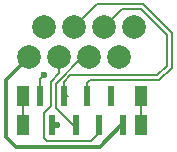
<source format=gbl>
G04 #@! TF.GenerationSoftware,KiCad,Pcbnew,(5.1.9)-1*
G04 #@! TF.CreationDate,2023-02-03T01:35:12+01:00*
G04 #@! TF.ProjectId,Prog,50726f67-2e6b-4696-9361-645f70636258,rev?*
G04 #@! TF.SameCoordinates,PXd59f80PYd59f80*
G04 #@! TF.FileFunction,Copper,L2,Bot*
G04 #@! TF.FilePolarity,Positive*
%FSLAX46Y46*%
G04 Gerber Fmt 4.6, Leading zero omitted, Abs format (unit mm)*
G04 Created by KiCad (PCBNEW (5.1.9)-1) date 2023-02-03 01:35:12*
%MOMM*%
%LPD*%
G01*
G04 APERTURE LIST*
G04 #@! TA.AperFunction,ComponentPad*
%ADD10C,2.000000*%
G04 #@! TD*
G04 #@! TA.AperFunction,SMDPad,CuDef*
%ADD11R,1.000000X1.800000*%
G04 #@! TD*
G04 #@! TA.AperFunction,SMDPad,CuDef*
%ADD12R,0.600000X1.800000*%
G04 #@! TD*
G04 #@! TA.AperFunction,ViaPad*
%ADD13C,0.600000*%
G04 #@! TD*
G04 #@! TA.AperFunction,Conductor*
%ADD14C,0.300000*%
G04 #@! TD*
G04 #@! TA.AperFunction,Conductor*
%ADD15C,0.200000*%
G04 #@! TD*
G04 APERTURE END LIST*
D10*
X15955000Y-33070000D03*
X17225000Y-30530000D03*
X21035000Y-33070000D03*
X22305000Y-30530000D03*
X24845000Y-30530000D03*
X23575000Y-33070000D03*
X19765000Y-30530000D03*
X18495000Y-33070000D03*
D11*
X15400000Y-38850000D03*
X25400000Y-36350000D03*
X25400000Y-38850000D03*
X15400000Y-36350000D03*
D12*
X20900000Y-36350000D03*
X21900000Y-38850000D03*
X18900000Y-36350000D03*
X19900000Y-38850000D03*
X17900000Y-38850000D03*
X16900000Y-36350000D03*
X23900000Y-38850000D03*
X22900000Y-36350000D03*
D13*
X18350000Y-38850000D03*
X17200000Y-34600000D03*
X25350000Y-39450000D03*
X15350000Y-39450000D03*
D14*
X23900000Y-38850000D02*
X23750000Y-38850000D01*
X23750000Y-38850000D02*
X21949990Y-40650010D01*
X21949990Y-40650010D02*
X14850010Y-40650010D01*
X14850010Y-40650010D02*
X14000000Y-39800000D01*
X14000000Y-35025000D02*
X15955000Y-33070000D01*
X14000000Y-39800000D02*
X14000000Y-35025000D01*
X17900000Y-38850000D02*
X18350000Y-38850000D01*
D15*
X16900000Y-34900000D02*
X17200000Y-34600000D01*
X16900000Y-36350000D02*
X16900000Y-34900000D01*
X20439998Y-33070000D02*
X18200000Y-35309998D01*
X21035000Y-33070000D02*
X20439998Y-33070000D01*
X19640002Y-38850000D02*
X19900000Y-38850000D01*
X18200000Y-37409998D02*
X19640002Y-38850000D01*
X18200000Y-35309998D02*
X18200000Y-37409998D01*
X27630001Y-33814001D02*
X27630001Y-31230001D01*
X26824001Y-34620001D02*
X27630001Y-33814001D01*
X27630001Y-31230001D02*
X25400000Y-29000000D01*
X23835000Y-29000000D02*
X22305000Y-30530000D01*
X25400000Y-29000000D02*
X23835000Y-29000000D01*
X18900000Y-36350000D02*
X19234301Y-36350000D01*
X18900000Y-36350000D02*
X18900000Y-35175696D01*
X19455695Y-34620001D02*
X26824001Y-34620001D01*
X18900000Y-35175696D02*
X19455695Y-34620001D01*
X21695010Y-28599990D02*
X19765000Y-30530000D01*
X25565689Y-28599990D02*
X21695010Y-28599990D01*
X28030011Y-31064312D02*
X25565689Y-28599990D01*
X28030011Y-33979690D02*
X28030011Y-31064312D01*
X26989690Y-35020011D02*
X28030011Y-33979690D01*
X21129989Y-35020011D02*
X26989690Y-35020011D01*
X20900000Y-35250000D02*
X21129989Y-35020011D01*
X20900000Y-36350000D02*
X20900000Y-35250000D01*
X18495000Y-33070000D02*
X18495000Y-34449300D01*
X17799990Y-37210008D02*
X17200000Y-37809998D01*
X17799990Y-35144309D02*
X17799990Y-37210008D01*
X18495000Y-34449300D02*
X17799990Y-35144309D01*
X17200000Y-39890002D02*
X17509998Y-40200000D01*
X17200000Y-37809998D02*
X17200000Y-39890002D01*
X17509998Y-40200000D02*
X21200000Y-40200000D01*
X21900000Y-39500000D02*
X21900000Y-38850000D01*
X21200000Y-40200000D02*
X21900000Y-39500000D01*
X25400000Y-36350000D02*
X25400000Y-38850000D01*
X15400000Y-38850000D02*
X15400000Y-36350000D01*
M02*

</source>
